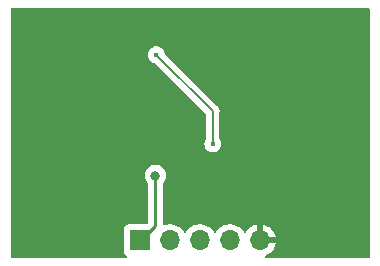
<source format=gbl>
G04 #@! TF.GenerationSoftware,KiCad,Pcbnew,6.0.8+dfsg-1~bpo11+1*
G04 #@! TF.CreationDate,2023-03-31T17:36:42-04:00*
G04 #@! TF.ProjectId,IQS550_captouch_breakout,49515335-3530-45f6-9361-70746f756368,rev?*
G04 #@! TF.SameCoordinates,Original*
G04 #@! TF.FileFunction,Copper,L2,Bot*
G04 #@! TF.FilePolarity,Positive*
%FSLAX46Y46*%
G04 Gerber Fmt 4.6, Leading zero omitted, Abs format (unit mm)*
G04 Created by KiCad (PCBNEW 6.0.8+dfsg-1~bpo11+1) date 2023-03-31 17:36:42*
%MOMM*%
%LPD*%
G01*
G04 APERTURE LIST*
G04 #@! TA.AperFunction,ComponentPad*
%ADD10R,1.700000X1.700000*%
G04 #@! TD*
G04 #@! TA.AperFunction,ComponentPad*
%ADD11O,1.700000X1.700000*%
G04 #@! TD*
G04 #@! TA.AperFunction,ViaPad*
%ADD12C,0.400000*%
G04 #@! TD*
G04 #@! TA.AperFunction,ViaPad*
%ADD13C,0.800000*%
G04 #@! TD*
G04 #@! TA.AperFunction,Conductor*
%ADD14C,0.127000*%
G04 #@! TD*
G04 #@! TA.AperFunction,Conductor*
%ADD15C,0.250000*%
G04 #@! TD*
G04 APERTURE END LIST*
D10*
X138725000Y-104400000D03*
D11*
X141265000Y-104400000D03*
X143805000Y-104400000D03*
X146345000Y-104400000D03*
X148885000Y-104400000D03*
D12*
X129375000Y-101825000D03*
X132275000Y-96375000D03*
X144675000Y-90875000D03*
X142425000Y-88825000D03*
X142375000Y-93375000D03*
X146875000Y-93425000D03*
X146750000Y-88925000D03*
X145125000Y-101725000D03*
X144900000Y-96250000D03*
X140125000Y-88700000D03*
D13*
X140050000Y-98925000D03*
D14*
X140125000Y-88700000D02*
X144900000Y-93475000D01*
X144900000Y-93475000D02*
X144900000Y-96250000D01*
D15*
X140050000Y-98925000D02*
X140050000Y-103175000D01*
X140050000Y-103175000D02*
X138900000Y-104325000D01*
G04 #@! TA.AperFunction,Conductor*
G36*
X158158621Y-84728502D02*
G01*
X158205114Y-84782158D01*
X158216500Y-84834500D01*
X158216500Y-105790500D01*
X158196498Y-105858621D01*
X158142842Y-105905114D01*
X158090500Y-105916500D01*
X149414719Y-105916500D01*
X149346598Y-105896498D01*
X149300105Y-105842842D01*
X149290001Y-105772568D01*
X149319495Y-105707988D01*
X149372951Y-105673412D01*
X149372430Y-105672082D01*
X149386842Y-105666433D01*
X149578095Y-105572739D01*
X149586945Y-105567464D01*
X149760328Y-105443792D01*
X149768200Y-105437139D01*
X149919052Y-105286812D01*
X149925730Y-105278965D01*
X150050003Y-105106020D01*
X150055313Y-105097183D01*
X150149670Y-104906267D01*
X150153469Y-104896672D01*
X150215377Y-104692910D01*
X150217555Y-104682837D01*
X150218986Y-104671962D01*
X150216775Y-104657778D01*
X150203617Y-104654000D01*
X148757000Y-104654000D01*
X148688879Y-104633998D01*
X148642386Y-104580342D01*
X148631000Y-104528000D01*
X148631000Y-104127885D01*
X149139000Y-104127885D01*
X149143475Y-104143124D01*
X149144865Y-104144329D01*
X149152548Y-104146000D01*
X150203344Y-104146000D01*
X150216875Y-104142027D01*
X150218180Y-104132947D01*
X150176214Y-103965875D01*
X150172894Y-103956124D01*
X150087972Y-103760814D01*
X150083105Y-103751739D01*
X149967426Y-103572926D01*
X149961136Y-103564757D01*
X149817806Y-103407240D01*
X149810273Y-103400215D01*
X149643139Y-103268222D01*
X149634552Y-103262517D01*
X149448117Y-103159599D01*
X149438705Y-103155369D01*
X149237959Y-103084280D01*
X149227988Y-103081646D01*
X149156837Y-103068972D01*
X149143540Y-103070432D01*
X149139000Y-103084989D01*
X149139000Y-104127885D01*
X148631000Y-104127885D01*
X148631000Y-103083102D01*
X148627082Y-103069758D01*
X148612806Y-103067771D01*
X148574324Y-103073660D01*
X148564288Y-103076051D01*
X148361868Y-103142212D01*
X148352359Y-103146209D01*
X148163463Y-103244542D01*
X148154738Y-103250036D01*
X147984433Y-103377905D01*
X147976726Y-103384748D01*
X147829590Y-103538717D01*
X147823109Y-103546722D01*
X147718498Y-103700074D01*
X147663587Y-103745076D01*
X147593062Y-103753247D01*
X147529315Y-103721993D01*
X147508618Y-103697509D01*
X147427822Y-103572617D01*
X147427820Y-103572614D01*
X147425014Y-103568277D01*
X147274670Y-103403051D01*
X147270619Y-103399852D01*
X147270615Y-103399848D01*
X147103414Y-103267800D01*
X147103410Y-103267798D01*
X147099359Y-103264598D01*
X147063028Y-103244542D01*
X147047136Y-103235769D01*
X146903789Y-103156638D01*
X146898920Y-103154914D01*
X146898916Y-103154912D01*
X146698087Y-103083795D01*
X146698083Y-103083794D01*
X146693212Y-103082069D01*
X146688119Y-103081162D01*
X146688116Y-103081161D01*
X146478373Y-103043800D01*
X146478367Y-103043799D01*
X146473284Y-103042894D01*
X146399452Y-103041992D01*
X146255081Y-103040228D01*
X146255079Y-103040228D01*
X146249911Y-103040165D01*
X146029091Y-103073955D01*
X145816756Y-103143357D01*
X145618607Y-103246507D01*
X145614474Y-103249610D01*
X145614471Y-103249612D01*
X145444100Y-103377530D01*
X145439965Y-103380635D01*
X145285629Y-103542138D01*
X145178201Y-103699621D01*
X145123293Y-103744621D01*
X145052768Y-103752792D01*
X144989021Y-103721538D01*
X144968324Y-103697054D01*
X144887822Y-103572617D01*
X144887820Y-103572614D01*
X144885014Y-103568277D01*
X144734670Y-103403051D01*
X144730619Y-103399852D01*
X144730615Y-103399848D01*
X144563414Y-103267800D01*
X144563410Y-103267798D01*
X144559359Y-103264598D01*
X144523028Y-103244542D01*
X144507136Y-103235769D01*
X144363789Y-103156638D01*
X144358920Y-103154914D01*
X144358916Y-103154912D01*
X144158087Y-103083795D01*
X144158083Y-103083794D01*
X144153212Y-103082069D01*
X144148119Y-103081162D01*
X144148116Y-103081161D01*
X143938373Y-103043800D01*
X143938367Y-103043799D01*
X143933284Y-103042894D01*
X143859452Y-103041992D01*
X143715081Y-103040228D01*
X143715079Y-103040228D01*
X143709911Y-103040165D01*
X143489091Y-103073955D01*
X143276756Y-103143357D01*
X143078607Y-103246507D01*
X143074474Y-103249610D01*
X143074471Y-103249612D01*
X142904100Y-103377530D01*
X142899965Y-103380635D01*
X142745629Y-103542138D01*
X142638201Y-103699621D01*
X142583293Y-103744621D01*
X142512768Y-103752792D01*
X142449021Y-103721538D01*
X142428324Y-103697054D01*
X142347822Y-103572617D01*
X142347820Y-103572614D01*
X142345014Y-103568277D01*
X142194670Y-103403051D01*
X142190619Y-103399852D01*
X142190615Y-103399848D01*
X142023414Y-103267800D01*
X142023410Y-103267798D01*
X142019359Y-103264598D01*
X141983028Y-103244542D01*
X141967136Y-103235769D01*
X141823789Y-103156638D01*
X141818920Y-103154914D01*
X141818916Y-103154912D01*
X141618087Y-103083795D01*
X141618083Y-103083794D01*
X141613212Y-103082069D01*
X141608119Y-103081162D01*
X141608116Y-103081161D01*
X141398373Y-103043800D01*
X141398367Y-103043799D01*
X141393284Y-103042894D01*
X141319452Y-103041992D01*
X141175081Y-103040228D01*
X141175079Y-103040228D01*
X141169911Y-103040165D01*
X140949091Y-103073955D01*
X140854810Y-103104771D01*
X140848645Y-103106786D01*
X140777681Y-103108937D01*
X140716820Y-103072381D01*
X140685383Y-103008724D01*
X140683500Y-102987021D01*
X140683500Y-99627524D01*
X140703502Y-99559403D01*
X140715858Y-99543221D01*
X140789040Y-99461944D01*
X140884527Y-99296556D01*
X140943542Y-99114928D01*
X140963504Y-98925000D01*
X140943542Y-98735072D01*
X140884527Y-98553444D01*
X140789040Y-98388056D01*
X140661253Y-98246134D01*
X140506752Y-98133882D01*
X140500724Y-98131198D01*
X140500722Y-98131197D01*
X140338319Y-98058891D01*
X140338318Y-98058891D01*
X140332288Y-98056206D01*
X140238887Y-98036353D01*
X140151944Y-98017872D01*
X140151939Y-98017872D01*
X140145487Y-98016500D01*
X139954513Y-98016500D01*
X139948061Y-98017872D01*
X139948056Y-98017872D01*
X139861113Y-98036353D01*
X139767712Y-98056206D01*
X139761682Y-98058891D01*
X139761681Y-98058891D01*
X139599278Y-98131197D01*
X139599276Y-98131198D01*
X139593248Y-98133882D01*
X139438747Y-98246134D01*
X139310960Y-98388056D01*
X139215473Y-98553444D01*
X139156458Y-98735072D01*
X139136496Y-98925000D01*
X139156458Y-99114928D01*
X139215473Y-99296556D01*
X139310960Y-99461944D01*
X139384137Y-99543215D01*
X139414853Y-99607221D01*
X139416500Y-99627524D01*
X139416500Y-102860406D01*
X139396498Y-102928527D01*
X139379595Y-102949501D01*
X139324501Y-103004595D01*
X139262189Y-103038621D01*
X139235406Y-103041500D01*
X137826866Y-103041500D01*
X137764684Y-103048255D01*
X137628295Y-103099385D01*
X137511739Y-103186739D01*
X137424385Y-103303295D01*
X137373255Y-103439684D01*
X137366500Y-103501866D01*
X137366500Y-105298134D01*
X137373255Y-105360316D01*
X137424385Y-105496705D01*
X137511739Y-105613261D01*
X137518919Y-105618642D01*
X137518920Y-105618643D01*
X137613696Y-105689674D01*
X137656211Y-105746533D01*
X137661237Y-105817352D01*
X137627177Y-105879645D01*
X137564845Y-105913635D01*
X137538131Y-105916500D01*
X127909500Y-105916500D01*
X127841379Y-105896498D01*
X127794886Y-105842842D01*
X127783500Y-105790500D01*
X127783500Y-88692526D01*
X139411335Y-88692526D01*
X139430153Y-88862975D01*
X139489085Y-89024015D01*
X139584730Y-89166349D01*
X139711565Y-89281760D01*
X139862268Y-89363585D01*
X139988408Y-89396678D01*
X140045528Y-89429458D01*
X144291095Y-93675025D01*
X144325121Y-93737337D01*
X144328000Y-93764120D01*
X144328000Y-95791802D01*
X144305086Y-95864253D01*
X144275382Y-95906517D01*
X144275379Y-95906523D01*
X144271010Y-95912739D01*
X144208718Y-96072509D01*
X144186335Y-96242526D01*
X144205153Y-96412975D01*
X144207762Y-96420106D01*
X144207763Y-96420108D01*
X144215688Y-96441764D01*
X144264085Y-96574015D01*
X144359730Y-96716349D01*
X144486565Y-96831760D01*
X144637268Y-96913585D01*
X144803139Y-96957101D01*
X144890586Y-96958474D01*
X144967003Y-96959675D01*
X144967006Y-96959675D01*
X144974602Y-96959794D01*
X144982006Y-96958098D01*
X144982008Y-96958098D01*
X145044846Y-96943706D01*
X145141759Y-96921510D01*
X145294958Y-96844459D01*
X145300729Y-96839530D01*
X145300732Y-96839528D01*
X145419578Y-96738023D01*
X145425355Y-96733089D01*
X145525424Y-96593830D01*
X145589385Y-96434720D01*
X145613547Y-96264947D01*
X145613704Y-96250000D01*
X145593102Y-96079758D01*
X145532487Y-95919344D01*
X145494160Y-95863578D01*
X145472000Y-95792211D01*
X145472000Y-93520751D01*
X145473078Y-93504304D01*
X145475858Y-93483188D01*
X145476936Y-93475000D01*
X145457277Y-93325678D01*
X145399641Y-93186532D01*
X145330976Y-93097046D01*
X145330975Y-93097045D01*
X145307955Y-93067045D01*
X145284505Y-93049051D01*
X145272114Y-93038184D01*
X140856359Y-88622429D01*
X140822333Y-88560117D01*
X140820367Y-88548474D01*
X140818102Y-88529758D01*
X140757487Y-88369344D01*
X140660357Y-88228019D01*
X140654686Y-88222966D01*
X140537993Y-88118996D01*
X140537990Y-88118994D01*
X140532321Y-88113943D01*
X140524325Y-88109709D01*
X140387481Y-88037254D01*
X140387482Y-88037254D01*
X140380769Y-88033700D01*
X140363196Y-88029286D01*
X140221822Y-87993775D01*
X140221818Y-87993775D01*
X140214451Y-87991924D01*
X140206852Y-87991884D01*
X140206850Y-87991884D01*
X140135394Y-87991510D01*
X140042969Y-87991026D01*
X140035589Y-87992798D01*
X140035587Y-87992798D01*
X139883602Y-88029286D01*
X139883598Y-88029287D01*
X139876223Y-88031058D01*
X139723839Y-88109709D01*
X139594615Y-88222439D01*
X139496010Y-88362739D01*
X139433718Y-88522509D01*
X139432726Y-88530042D01*
X139432726Y-88530043D01*
X139424614Y-88591664D01*
X139411335Y-88692526D01*
X127783500Y-88692526D01*
X127783500Y-84834500D01*
X127803502Y-84766379D01*
X127857158Y-84719886D01*
X127909500Y-84708500D01*
X158090500Y-84708500D01*
X158158621Y-84728502D01*
G37*
G04 #@! TD.AperFunction*
M02*

</source>
